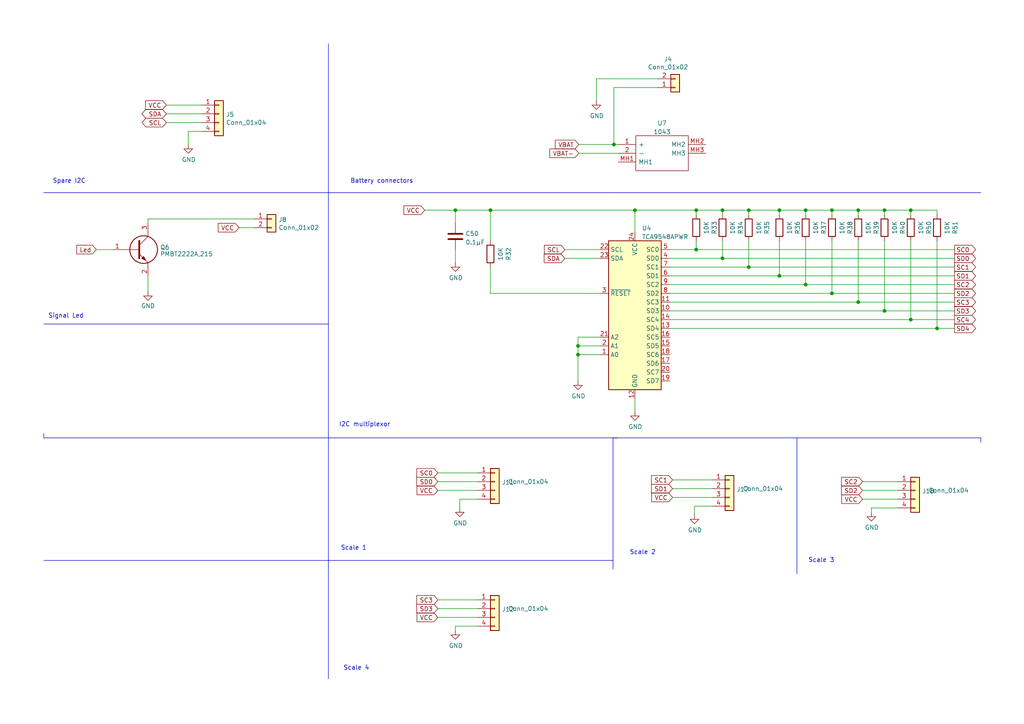
<source format=kicad_sch>
(kicad_sch (version 20231120) (generator "eeschema") (generator_version "8.0")
  (paper "A4")
  (title_block (title "Open_beehive_scale_board") (date "2023-01-13") (rev "V0.4") (company "Ratamuse"))
  (lib_symbols
    (symbol "1043:1043" (pin_names (offset 0.762))
      (property "Reference" "U" (at 21.59 7.62 0))
      (property "Value" "1043" (at 21.59 5.08 0))
      (symbol "1043_0_0"
        (pin passive line (at 0 0 0) (length 5.08) (name "+") (number "1"))
        (pin passive line (at 0 -2.54 0) (length 5.08) (name "-") (number "2"))
        (pin passive line (at 0 -5.08 0) (length 5.08) (name "MH1") (number "MH1"))
        (pin passive line (at 25.4 0 180) (length 5.08) (name "MH2") (number "MH2"))
        (pin passive line (at 25.4 -2.54 180) (length 5.08) (name "MH3") (number "MH3"))
      )
      (symbol "1043_0_1"
        (polyline (pts (xy 5.08 2.54) (xy 20.32 2.54) (xy 20.32 -7.62) (xy 5.08 -7.62) (xy 5.08 2.54)) (stroke (width 0.1524)))
      )
    )
    (symbol "Connector_Generic:Conn_01x02" (pin_names (offset 1.016) hide)
      (property "Reference" "J" (at 0 2.54 0))
      (property "Value" "Conn_01x02" (at 0 -5.08 0))
      (symbol "Conn_01x02_1_1"
        (rectangle (start -1.27 -2.413) (end 0 -2.667) (stroke (width 0.1524)))
        (rectangle (start -1.27 0.127) (end 0 -0.127) (stroke (width 0.1524)))
        (rectangle (start -1.27 1.27) (end 1.27 -3.81) (stroke (width 0.254)) (fill (type background)))
        (pin passive line (at -5.08 0 0) (length 3.81) (name "Pin_1") (number "1"))
        (pin passive line (at -5.08 -2.54 0) (length 3.81) (name "Pin_2") (number "2"))
      )
    )
    (symbol "Connector_Generic:Conn_01x04" (pin_names (offset 1.016) hide)
      (property "Reference" "J" (at 0 5.08 0))
      (property "Value" "Conn_01x04" (at 0 -7.62 0))
      (symbol "Conn_01x04_1_1"
        (rectangle (start -1.27 -4.953) (end 0 -5.207) (stroke (width 0.1524)))
        (rectangle (start -1.27 -2.413) (end 0 -2.667) (stroke (width 0.1524)))
        (rectangle (start -1.27 0.127) (end 0 -0.127) (stroke (width 0.1524)))
        (rectangle (start -1.27 2.667) (end 0 2.413) (stroke (width 0.1524)))
        (rectangle (start -1.27 3.81) (end 1.27 -6.35) (stroke (width 0.254)) (fill (type background)))
        (pin passive line (at -5.08 2.54 0) (length 3.81) (name "Pin_1") (number "1"))
        (pin passive line (at -5.08 0 0) (length 3.81) (name "Pin_2") (number "2"))
        (pin passive line (at -5.08 -2.54 0) (length 3.81) (name "Pin_3") (number "3"))
        (pin passive line (at -5.08 -5.08 0) (length 3.81) (name "Pin_4") (number "4"))
      )
    )
    (symbol "Device:C" (pin_numbers hide) (pin_names (offset 0.254))
      (property "Reference" "C" (at 0.635 2.54 0))
      (property "Value" "C" (at 0.635 -2.54 0))
      (symbol "C_0_1"
        (polyline (pts (xy -2.032 -0.762) (xy 2.032 -0.762)) (stroke (width 0.508)))
        (polyline (pts (xy -2.032 0.762) (xy 2.032 0.762)) (stroke (width 0.508)))
      )
      (symbol "C_1_1"
        (pin passive line (at 0 3.81 270) (length 2.794) (name "~") (number "1"))
        (pin passive line (at 0 -3.81 90) (length 2.794) (name "~") (number "2"))
      )
    )
    (symbol "Device:R" (pin_numbers hide) (pin_names (offset 0))
      (property "Reference" "R" (at 2.032 0 90))
      (property "Value" "R" (at 0 0 90))
      (symbol "R_0_1"
        (rectangle (start -1.016 -2.54) (end 1.016 2.54) (stroke (width 0.254)))
      )
      (symbol "R_1_1"
        (pin passive line (at 0 3.81 270) (length 1.27) (name "~") (number "1"))
        (pin passive line (at 0 -3.81 90) (length 1.27) (name "~") (number "2"))
      )
    )
    (symbol "Interface_Expansion:TCA9548APWR"
      (property "Reference" "U" (at -7.62 21.59 0))
      (property "Value" "TCA9548APWR" (at 1.016 21.59 0))
      (symbol "TCA9548APWR_0_1"
        (rectangle (start -7.62 20.32) (end 7.62 -22.86) (stroke (width 0.254)) (fill (type background)))
      )
      (symbol "TCA9548APWR_1_1"
        (pin input line (at -10.16 -12.7 0) (length 2.54) (name "A0") (number "1"))
        (pin bidirectional line (at 10.16 0 180) (length 2.54) (name "SD3") (number "10"))
        (pin output line (at 10.16 2.54 180) (length 2.54) (name "SC3") (number "11"))
        (pin power_in line (at 0 -25.4 90) (length 2.54) (name "GND") (number "12"))
        (pin bidirectional line (at 10.16 -5.08 180) (length 2.54) (name "SD4") (number "13"))
        (pin output line (at 10.16 -2.54 180) (length 2.54) (name "SC4") (number "14"))
        (pin bidirectional line (at 10.16 -10.16 180) (length 2.54) (name "SD5") (number "15"))
        (pin output line (at 10.16 -7.62 180) (length 2.54) (name "SC5") (number "16"))
        (pin bidirectional line (at 10.16 -15.24 180) (length 2.54) (name "SD6") (number "17"))
        (pin output line (at 10.16 -12.7 180) (length 2.54) (name "SC6") (number "18"))
        (pin bidirectional line (at 10.16 -20.32 180) (length 2.54) (name "SD7") (number "19"))
        (pin input line (at -10.16 -10.16 0) (length 2.54) (name "A1") (number "2"))
        (pin output line (at 10.16 -17.78 180) (length 2.54) (name "SC7") (number "20"))
        (pin input line (at -10.16 -7.62 0) (length 2.54) (name "A2") (number "21"))
        (pin input line (at -10.16 17.78 0) (length 2.54) (name "SCL") (number "22"))
        (pin bidirectional line (at -10.16 15.24 0) (length 2.54) (name "SDA") (number "23"))
        (pin power_in line (at 0 22.86 270) (length 2.54) (name "VCC") (number "24"))
        (pin input line (at -10.16 5.08 0) (length 2.54) (name "~{RESET}") (number "3"))
        (pin bidirectional line (at 10.16 15.24 180) (length 2.54) (name "SD0") (number "4"))
        (pin output line (at 10.16 17.78 180) (length 2.54) (name "SC0") (number "5"))
        (pin bidirectional line (at 10.16 10.16 180) (length 2.54) (name "SD1") (number "6"))
        (pin output line (at 10.16 12.7 180) (length 2.54) (name "SC1") (number "7"))
        (pin bidirectional line (at 10.16 5.08 180) (length 2.54) (name "SD2") (number "8"))
        (pin output line (at 10.16 7.62 180) (length 2.54) (name "SC2") (number "9"))
      )
    )
    (symbol "PMBT2222A_215:PMBT2222A,215" (pin_names (offset 0.762))
      (property "Reference" "Q" (at 13.97 1.27 0))
      (property "Value" "PMBT2222A,215" (at 13.97 -1.27 0))
      (symbol "PMBT2222A,215_0_0"
        (pin passive line (at 0 0 0) (length 2.54) (name "~") (number "1"))
        (pin passive line (at 10.16 -7.62 90) (length 2.54) (name "~") (number "2"))
        (pin passive line (at 10.16 7.62 270) (length 2.54) (name "~") (number "3"))
      )
      (symbol "PMBT2222A,215_0_1"
        (polyline (pts (xy 2.54 0) (xy 7.62 0)) (stroke (width 0.1524)))
        (polyline (pts (xy 7.62 -1.27) (xy 10.16 -3.81)) (stroke (width 0.1524)))
        (polyline (pts (xy 7.62 1.27) (xy 10.16 3.81)) (stroke (width 0.1524)))
        (polyline (pts (xy 7.62 2.54) (xy 7.62 -2.54)) (stroke (width 0.508)))
        (polyline (pts (xy 10.16 -3.81) (xy 10.16 -5.08)) (stroke (width 0.1524)))
        (polyline (pts (xy 10.16 3.81) (xy 10.16 5.08)) (stroke (width 0.1524)))
        (polyline (pts (xy 8.382 -2.54) (xy 8.89 -2.032) (xy 9.398 -3.048) (xy 8.382 -2.54)) (stroke (width 0.254)) (fill (type outline)))
        (circle (center 8.89 0) (radius 4.0132) (stroke (width 0.254)))
      )
    )
    (symbol "power:GND" (power) (pin_names (offset 0))
      (property "Value" "GND" (at 0 -3.81 0))
      (symbol "GND_0_1"
        (polyline (pts (xy 0 0) (xy 0 -1.27) (xy 1.27 -1.27) (xy 0 -2.54) (xy -1.27 -1.27) (xy 0 -1.27)))
      )
      (symbol "GND_1_1"
        (pin power_in line (at 0 0 270) (length 0) hide (name "GND") (number "1"))
      )
    )
  )
  (junction (at 142.24 60.96))
  (junction (at 209.55 74.93))
  (junction (at 256.54 90.17))
  (junction (at 201.93 60.96))
  (junction (at 248.92 87.63))
  (junction (at 241.3 60.96))
  (junction (at 233.68 82.55))
  (junction (at 217.17 60.96))
  (junction (at 132.08 60.96))
  (junction (at 248.92 60.96))
  (junction (at 226.06 80.01))
  (junction (at 217.17 77.47))
  (junction (at 226.06 60.96))
  (junction (at 271.78 95.25))
  (junction (at 167.64 100.33))
  (junction (at 201.93 72.39))
  (junction (at 233.68 60.96))
  (junction (at 184.15 60.96))
  (junction (at 241.3 85.09))
  (junction (at 178.054 41.91))
  (junction (at 264.16 60.96))
  (junction (at 256.54 60.96))
  (junction (at 209.55 60.96))
  (junction (at 264.16 92.71))
  (junction (at 167.64 102.87))
  (wire (pts (xy 178.054 41.91) (xy 178.054 25.4)))
  (wire (pts (xy 69.342 66.04) (xy 73.66 66.04)))
  (wire (pts (xy 194.31 74.93) (xy 209.55 74.93)))
  (wire (pts (xy 127 137.16) (xy 138.43 137.16)))
  (wire (pts (xy 132.08 60.96) (xy 142.24 60.96)))
  (wire (pts (xy 209.55 60.96) (xy 217.17 60.96)))
  (wire (pts (xy 248.92 69.85) (xy 248.92 87.63)))
  (wire (pts (xy 127 142.24) (xy 138.43 142.24)))
  (wire (pts (xy 241.3 60.96) (xy 248.92 60.96)))
  (wire (pts (xy 167.64 97.79) (xy 167.64 100.33)))
  (wire (pts (xy 167.64 100.33) (xy 173.99 100.33)))
  (wire (pts (xy 271.78 60.96) (xy 271.78 62.23)))
  (wire (pts (xy 241.3 69.85) (xy 241.3 85.09)))
  (wire (pts (xy 250.19 144.78) (xy 260.35 144.78)))
  (wire (pts (xy 194.31 80.01) (xy 226.06 80.01)))
  (wire (pts (xy 195.072 141.732) (xy 206.502 141.732)))
  (wire (pts (xy 142.24 85.09) (xy 142.24 77.47)))
  (wire (pts (xy 178.054 25.4) (xy 190.754 25.4)))
  (wire (pts (xy 163.83 72.39) (xy 173.99 72.39)))
  (wire (pts (xy 201.422 149.352) (xy 201.422 146.812)))
  (wire (pts (xy 195.072 144.272) (xy 206.502 144.272)))
  (polyline (pts (xy 12.7 93.98) (xy 95.25 93.98)))
  (wire (pts (xy 264.16 60.96) (xy 271.78 60.96)))
  (wire (pts (xy 194.31 72.39) (xy 201.93 72.39)))
  (wire (pts (xy 195.072 139.192) (xy 206.502 139.192)))
  (wire (pts (xy 132.08 182.88) (xy 132.08 181.61)))
  (polyline (pts (xy 177.8 55.88) (xy 284.48 55.88)))
  (wire (pts (xy 42.926 64.77) (xy 42.926 63.5)))
  (polyline (pts (xy 12.7 162.56) (xy 95.25 162.56)))
  (wire (pts (xy 167.64 100.33) (xy 167.64 102.87)))
  (wire (pts (xy 201.93 69.85) (xy 201.93 72.39)))
  (wire (pts (xy 172.974 22.86) (xy 172.974 29.21)))
  (wire (pts (xy 250.19 139.7) (xy 260.35 139.7)))
  (wire (pts (xy 167.894 44.45) (xy 179.324 44.45)))
  (wire (pts (xy 226.06 60.96) (xy 233.68 60.96)))
  (wire (pts (xy 194.31 85.09) (xy 241.3 85.09)))
  (wire (pts (xy 127 173.99) (xy 138.43 173.99)))
  (wire (pts (xy 201.93 72.39) (xy 276.86 72.39)))
  (wire (pts (xy 142.24 60.96) (xy 184.15 60.96)))
  (wire (pts (xy 167.894 41.91) (xy 178.054 41.91)))
  (wire (pts (xy 271.78 69.85) (xy 271.78 95.25)))
  (wire (pts (xy 209.55 69.85) (xy 209.55 74.93)))
  (wire (pts (xy 252.73 148.59) (xy 252.73 147.32)))
  (wire (pts (xy 194.31 82.55) (xy 233.68 82.55)))
  (wire (pts (xy 132.08 60.96) (xy 132.08 64.77)))
  (wire (pts (xy 178.054 41.91) (xy 179.324 41.91)))
  (wire (pts (xy 58.42 33.02) (xy 48.26 33.02)))
  (wire (pts (xy 241.3 60.96) (xy 241.3 62.23)))
  (wire (pts (xy 233.68 60.96) (xy 233.68 62.23)))
  (wire (pts (xy 133.35 144.78) (xy 133.35 147.32)))
  (polyline (pts (xy 177.8 162.56) (xy 177.8 127)))
  (wire (pts (xy 248.92 60.96) (xy 256.54 60.96)))
  (wire (pts (xy 248.92 60.96) (xy 248.92 62.23)))
  (wire (pts (xy 209.55 74.93) (xy 276.86 74.93)))
  (wire (pts (xy 184.15 67.31) (xy 184.15 60.96)))
  (wire (pts (xy 58.42 38.1) (xy 54.61 38.1)))
  (wire (pts (xy 127 179.07) (xy 138.43 179.07)))
  (wire (pts (xy 138.43 144.78) (xy 133.35 144.78)))
  (polyline (pts (xy 12.7 125.73) (xy 12.7 127)))
  (wire (pts (xy 184.15 60.96) (xy 201.93 60.96)))
  (wire (pts (xy 123.19 60.96) (xy 132.08 60.96)))
  (wire (pts (xy 217.17 77.47) (xy 276.86 77.47)))
  (polyline (pts (xy 177.8 162.56) (xy 177.8 165.1)))
  (polyline (pts (xy 284.48 127) (xy 284.48 128.27)))
  (wire (pts (xy 194.31 77.47) (xy 217.17 77.47)))
  (wire (pts (xy 48.26 35.56) (xy 58.42 35.56)))
  (polyline (pts (xy 95.25 127) (xy 284.48 127)))
  (wire (pts (xy 163.83 74.93) (xy 173.99 74.93)))
  (wire (pts (xy 42.926 63.5) (xy 73.66 63.5)))
  (wire (pts (xy 226.06 80.01) (xy 276.86 80.01)))
  (wire (pts (xy 172.974 22.86) (xy 190.754 22.86)))
  (wire (pts (xy 217.17 60.96) (xy 226.06 60.96)))
  (polyline (pts (xy 95.25 55.88) (xy 177.8 55.88)))
  (polyline (pts (xy 95.25 127) (xy 12.7 127)))
  (wire (pts (xy 233.68 60.96) (xy 241.3 60.96)))
  (wire (pts (xy 42.926 80.01) (xy 42.926 84.582)))
  (wire (pts (xy 226.06 69.85) (xy 226.06 80.01)))
  (wire (pts (xy 194.31 87.63) (xy 248.92 87.63)))
  (wire (pts (xy 252.73 147.32) (xy 260.35 147.32)))
  (wire (pts (xy 127 176.53) (xy 138.43 176.53)))
  (wire (pts (xy 48.26 30.48) (xy 58.42 30.48)))
  (wire (pts (xy 233.68 69.85) (xy 233.68 82.55)))
  (wire (pts (xy 132.08 72.39) (xy 132.08 76.2)))
  (polyline (pts (xy 95.25 12.7) (xy 95.25 196.85)))
  (wire (pts (xy 217.17 69.85) (xy 217.17 77.47)))
  (wire (pts (xy 194.31 92.71) (xy 264.16 92.71)))
  (wire (pts (xy 271.78 95.25) (xy 276.86 95.25)))
  (wire (pts (xy 264.16 69.85) (xy 264.16 92.71)))
  (wire (pts (xy 201.422 146.812) (xy 206.502 146.812)))
  (wire (pts (xy 201.93 60.96) (xy 209.55 60.96)))
  (wire (pts (xy 194.31 90.17) (xy 256.54 90.17)))
  (polyline (pts (xy 95.25 162.56) (xy 177.8 162.56)))
  (polyline (pts (xy 231.14 127) (xy 231.14 166.37)))
  (wire (pts (xy 209.55 60.96) (xy 209.55 62.23)))
  (wire (pts (xy 194.31 95.25) (xy 271.78 95.25)))
  (wire (pts (xy 250.19 142.24) (xy 260.35 142.24)))
  (wire (pts (xy 256.54 60.96) (xy 264.16 60.96)))
  (wire (pts (xy 201.93 60.96) (xy 201.93 62.23)))
  (polyline (pts (xy 12.7 55.88) (xy 95.25 55.88)))
  (wire (pts (xy 241.3 85.09) (xy 276.86 85.09)))
  (wire (pts (xy 32.766 72.39) (xy 27.94 72.39)))
  (wire (pts (xy 264.16 92.71) (xy 276.86 92.71)))
  (wire (pts (xy 142.24 69.85) (xy 142.24 60.96)))
  (wire (pts (xy 256.54 60.96) (xy 256.54 62.23)))
  (wire (pts (xy 256.54 90.17) (xy 276.86 90.17)))
  (wire (pts (xy 256.54 69.85) (xy 256.54 90.17)))
  (wire (pts (xy 233.68 82.55) (xy 276.86 82.55)))
  (wire (pts (xy 54.61 38.1) (xy 54.61 41.91)))
  (wire (pts (xy 173.99 85.09) (xy 142.24 85.09)))
  (wire (pts (xy 173.99 97.79) (xy 167.64 97.79)))
  (wire (pts (xy 248.92 87.63) (xy 276.86 87.63)))
  (wire (pts (xy 127 139.7) (xy 138.43 139.7)))
  (wire (pts (xy 226.06 60.96) (xy 226.06 62.23)))
  (polyline (pts (xy 177.8 127) (xy 179.07 127)))
  (wire (pts (xy 264.16 60.96) (xy 264.16 62.23)))
  (wire (pts (xy 132.08 181.61) (xy 138.43 181.61)))
  (wire (pts (xy 184.15 115.57) (xy 184.15 119.38)))
  (wire (pts (xy 167.64 102.87) (xy 173.99 102.87)))
  (wire (pts (xy 217.17 60.96) (xy 217.17 62.23)))
  (wire (pts (xy 167.64 102.87) (xy 167.64 110.49)))
  (text "Scale 4" (at 99.568 194.564 0) (effects (font (size 1.27 1.27)) (justify left bottom)))
  (text "Scale 1" (at 98.806 159.766 0) (effects (font (size 1.27 1.27)) (justify left bottom)))
  (text "Scale 3" (at 234.442 163.322 0) (effects (font (size 1.27 1.27)) (justify left bottom)))
  (text "Scale 2" (at 182.626 161.036 0) (effects (font (size 1.27 1.27)) (justify left bottom)))
  (text "I2C multiplexor" (at 98.298 123.952 0) (effects (font (size 1.27 1.27)) (justify left bottom)))
  (text "Battery connectors" (at 101.6 53.34 0) (effects (font (size 1.27 1.27)) (justify left bottom)))
  (text "Spare I2C" (at 15.24 53.34 0) (effects (font (size 1.27 1.27)) (justify left bottom)))
  (text "Signal Led\n" (at 13.97 92.456 0) (effects (font (size 1.27 1.27)) (justify left bottom)))
  (global_label "SD1" (shape input) (at 195.072 141.732 180) (property "Intersheetrefs" "${INTERSHEET_REFS}" (effects (hide yes))))
  (global_label "VCC" (shape input) (at 195.072 144.272 180) (property "Intersheetrefs" "${INTERSHEET_REFS}" (effects (hide yes))))
  (global_label "SD3" (shape output) (at 276.86 90.17 0) (property "Intersheetrefs" "${INTERSHEET_REFS}" (effects (hide yes))))
  (global_label "SC2" (shape output) (at 276.86 82.55 0) (property "Intersheetrefs" "${INTERSHEET_REFS}" (effects (hide yes))))
  (global_label "VCC" (shape input) (at 250.19 144.78 180) (property "Intersheetrefs" "${INTERSHEET_REFS}" (effects (hide yes))))
  (global_label "SC4" (shape output) (at 276.86 92.71 0) (property "Intersheetrefs" "${INTERSHEET_REFS}" (effects (hide yes))))
  (global_label "SD2" (shape input) (at 250.19 142.24 180) (property "Intersheetrefs" "${INTERSHEET_REFS}" (effects (hide yes))))
  (global_label "VCC" (shape input) (at 69.342 66.04 180) (property "Intersheetrefs" "${INTERSHEET_REFS}" (effects (hide yes))))
  (global_label "SCL" (shape bidirectional) (at 48.26 35.56 180) (property "Intersheetrefs" "${INTERSHEET_REFS}" (effects (hide yes))))
  (global_label "VCC" (shape input) (at 127 142.24 180) (property "Intersheetrefs" "${INTERSHEET_REFS}" (effects (hide yes))))
  (global_label "SD2" (shape output) (at 276.86 85.09 0) (property "Intersheetrefs" "${INTERSHEET_REFS}" (effects (hide yes))))
  (global_label "SC1" (shape output) (at 276.86 77.47 0) (property "Intersheetrefs" "${INTERSHEET_REFS}" (effects (hide yes))))
  (global_label "SDA" (shape input) (at 163.83 74.93 180) (property "Intersheetrefs" "${INTERSHEET_REFS}" (effects (hide yes))))
  (global_label "VBAT-" (shape input) (at 167.894 44.45 180) (property "Intersheetrefs" "${INTERSHEET_REFS}" (effects (hide yes))))
  (global_label "VBAT" (shape input) (at 167.894 41.91 180) (property "Intersheetrefs" "${INTERSHEET_REFS}" (effects (hide yes))))
  (global_label "VCC" (shape input) (at 127 179.07 180) (property "Intersheetrefs" "${INTERSHEET_REFS}" (effects (hide yes))))
  (global_label "VCC" (shape input) (at 48.26 30.48 180) (property "Intersheetrefs" "${INTERSHEET_REFS}" (effects (hide yes))))
  (global_label "SC0" (shape output) (at 276.86 72.39 0) (property "Intersheetrefs" "${INTERSHEET_REFS}" (effects (hide yes))))
  (global_label "SD1" (shape output) (at 276.86 80.01 0) (property "Intersheetrefs" "${INTERSHEET_REFS}" (effects (hide yes))))
  (global_label "SD4" (shape output) (at 276.86 95.25 0) (property "Intersheetrefs" "${INTERSHEET_REFS}" (effects (hide yes))))
  (global_label "SC3" (shape input) (at 127 173.99 180) (property "Intersheetrefs" "${INTERSHEET_REFS}" (effects (hide yes))))
  (global_label "SC2" (shape input) (at 250.19 139.7 180) (property "Intersheetrefs" "${INTERSHEET_REFS}" (effects (hide yes))))
  (global_label "SD3" (shape input) (at 127 176.53 180) (property "Intersheetrefs" "${INTERSHEET_REFS}" (effects (hide yes))))
  (global_label "SCL" (shape input) (at 163.83 72.39 180) (property "Intersheetrefs" "${INTERSHEET_REFS}" (effects (hide yes))))
  (global_label "SD0" (shape input) (at 127 139.7 180) (property "Intersheetrefs" "${INTERSHEET_REFS}" (effects (hide yes))))
  (global_label "Led" (shape input) (at 27.94 72.39 180) (property "Intersheetrefs" "${INTERSHEET_REFS}" (effects (hide yes))))
  (global_label "SC1" (shape input) (at 195.072 139.192 180) (property "Intersheetrefs" "${INTERSHEET_REFS}" (effects (hide yes))))
  (global_label "VCC" (shape input) (at 123.19 60.96 180) (property "Intersheetrefs" "${INTERSHEET_REFS}" (effects (hide yes))))
  (global_label "SC0" (shape input) (at 127 137.16 180) (property "Intersheetrefs" "${INTERSHEET_REFS}" (effects (hide yes))))
  (global_label "SD0" (shape output) (at 276.86 74.93 0) (property "Intersheetrefs" "${INTERSHEET_REFS}" (effects (hide yes))))
  (global_label "SC3" (shape output) (at 276.86 87.63 0) (property "Intersheetrefs" "${INTERSHEET_REFS}" (effects (hide yes))))
  (global_label "SDA" (shape bidirectional) (at 48.26 33.02 180) (property "Intersheetrefs" "${INTERSHEET_REFS}" (effects (hide yes))))
  (symbol (lib_id "Connector_Generic:Conn_01x02") (at 195.834 25.4 0) (mirror x) (unit 1)
    (property "Reference" "J4" (at 193.7512 17.145 0))
    (property "Value" "Conn_01x02" (at 193.7512 19.4564 0))
    (property "Footprint" "Connector_JST:JST_PH_B2B-PH-K_1x02_P2.00mm_Vertical" (effects (hide yes)))
  )
  (symbol (lib_id "power:GND") (at 54.61 41.91 0) (unit 1)
    (property "Reference" "#PWR0128" (effects (hide yes)))
    (property "Value" "GND" (at 54.737 46.3042 0))
  )
  (symbol (lib_id "Connector_Generic:Conn_01x04") (at 143.51 176.53 0) (unit 1)
    (property "Reference" "J12" (at 145.542 176.7332 0) (effects (justify left)))
    (property "Value" "Conn_01x04" (at 147.32 176.53 0) (effects (justify left)))
    (property "Footprint" "Empreintes:1725672" (effects (hide yes)))
  )
  (symbol (lib_id "Device:R") (at 264.16 66.04 180) (unit 1)
    (property "Reference" "R50" (at 269.4178 66.04 90))
    (property "Value" "10K" (at 267.1064 66.04 90))
    (property "Footprint" "Resistor_SMD:R_0603_1608Metric" (effects (hide yes)))
  )
  (symbol (lib_id "power:GND") (at 184.15 119.38 0) (unit 1)
    (property "Reference" "#PWR0104" (effects (hide yes)))
    (property "Value" "GND" (at 184.277 123.7742 0))
  )
  (symbol (lib_id "Device:R") (at 233.68 66.04 180) (unit 1)
    (property "Reference" "R37" (at 238.9378 66.04 90))
    (property "Value" "10K" (at 236.6264 66.04 90))
    (property "Footprint" "Resistor_SMD:R_0603_1608Metric" (effects (hide yes)))
  )
  (symbol (lib_id "Device:C") (at 132.08 68.58 0) (unit 1)
    (property "Reference" "C50" (at 135.001 67.7453 0) (effects (justify left)))
    (property "Value" "0.1µF" (at 135.001 70.2822 0) (effects (justify left)))
    (property "Footprint" "Capacitor_SMD:C_0603_1608Metric" (effects (hide yes)))
  )
  (symbol (lib_id "Connector_Generic:Conn_01x04") (at 265.43 142.24 0) (unit 1)
    (property "Reference" "J18" (at 267.462 142.4432 0) (effects (justify left)))
    (property "Value" "Conn_01x04" (at 269.24 142.24 0) (effects (justify left)))
    (property "Footprint" "Empreintes:1725672" (effects (hide yes)))
  )
  (symbol (lib_id "Connector_Generic:Conn_01x02") (at 78.74 63.5 0) (unit 1)
    (property "Reference" "J8" (at 80.772 63.7032 0) (effects (justify left)))
    (property "Value" "Conn_01x02" (at 80.772 66.0146 0) (effects (justify left)))
    (property "Footprint" "Empreintes:1725656" (effects (hide yes)))
  )
  (symbol (lib_id "Device:R") (at 226.06 66.04 180) (unit 1)
    (property "Reference" "R36" (at 231.3178 66.04 90))
    (property "Value" "10K" (at 229.0064 66.04 90))
    (property "Footprint" "Resistor_SMD:R_0603_1608Metric" (effects (hide yes)))
  )
  (symbol (lib_id "power:GND") (at 132.08 182.88 0) (unit 1)
    (property "Reference" "#PWR0190" (effects (hide yes)))
    (property "Value" "GND" (at 132.207 187.2742 0))
  )
  (symbol (lib_id "power:GND") (at 133.35 147.32 0) (unit 1)
    (property "Reference" "#PWR0141" (effects (hide yes)))
    (property "Value" "GND" (at 133.477 151.7142 0))
  )
  (symbol (lib_id "Device:R") (at 217.17 66.04 180) (unit 1)
    (property "Reference" "R35" (at 222.4278 66.04 90))
    (property "Value" "10K" (at 220.1164 66.04 90))
    (property "Footprint" "Resistor_SMD:R_0603_1608Metric" (effects (hide yes)))
  )
  (symbol (lib_id "power:GND") (at 42.926 84.582 0) (unit 1)
    (property "Reference" "#PWR02" (effects (hide yes)))
    (property "Value" "GND" (at 42.926 88.7175 0))
  )
  (symbol (lib_id "power:GND") (at 132.08 76.2 0) (unit 1)
    (property "Reference" "#PWR0191" (effects (hide yes)))
    (property "Value" "GND" (at 132.207 80.5942 0))
  )
  (symbol (lib_id "Device:R") (at 256.54 66.04 180) (unit 1)
    (property "Reference" "R40" (at 261.7978 66.04 90))
    (property "Value" "10K" (at 259.4864 66.04 90))
    (property "Footprint" "Resistor_SMD:R_0603_1608Metric" (effects (hide yes)))
  )
  (symbol (lib_id "Device:R") (at 142.24 73.66 180) (unit 1)
    (property "Reference" "R32" (at 147.4978 73.66 90))
    (property "Value" "10K" (at 145.1864 73.66 90))
    (property "Footprint" "Resistor_SMD:R_0603_1608Metric" (effects (hide yes)))
  )
  (symbol (lib_id "Connector_Generic:Conn_01x04") (at 143.51 139.7 0) (unit 1)
    (property "Reference" "J11" (at 145.542 139.9032 0) (effects (justify left)))
    (property "Value" "Conn_01x04" (at 147.32 139.7 0) (effects (justify left)))
    (property "Footprint" "Empreintes:1725672" (effects (hide yes)))
  )
  (symbol (lib_id "Device:R") (at 271.78 66.04 180) (unit 1)
    (property "Reference" "R51" (at 277.0378 66.04 90))
    (property "Value" "10K" (at 274.7264 66.04 90))
    (property "Footprint" "Resistor_SMD:R_0603_1608Metric" (effects (hide yes)))
  )
  (symbol (lib_id "Device:R") (at 248.92 66.04 180) (unit 1)
    (property "Reference" "R39" (at 254.1778 66.04 90))
    (property "Value" "10K" (at 251.8664 66.04 90))
    (property "Footprint" "Resistor_SMD:R_0603_1608Metric" (effects (hide yes)))
  )
  (symbol (lib_id "power:GND") (at 172.974 29.21 0) (unit 1)
    (property "Reference" "#PWR0233" (effects (hide yes)))
    (property "Value" "GND" (at 173.101 33.6042 0))
  )
  (symbol (lib_id "Device:R") (at 209.55 66.04 180) (unit 1)
    (property "Reference" "R34" (at 214.8078 66.04 90))
    (property "Value" "10K" (at 212.4964 66.04 90))
    (property "Footprint" "Resistor_SMD:R_0603_1608Metric" (effects (hide yes)))
  )
  (symbol (lib_id "Connector_Generic:Conn_01x04") (at 211.582 141.732 0) (unit 1)
    (property "Reference" "J17" (at 213.614 141.9352 0) (effects (justify left)))
    (property "Value" "Conn_01x04" (at 215.392 141.732 0) (effects (justify left)))
    (property "Footprint" "Empreintes:1725672" (effects (hide yes)))
  )
  (symbol (lib_id "Device:R") (at 241.3 66.04 180) (unit 1)
    (property "Reference" "R38" (at 246.5578 66.04 90))
    (property "Value" "10K" (at 244.2464 66.04 90))
    (property "Footprint" "Resistor_SMD:R_0603_1608Metric" (effects (hide yes)))
  )
  (symbol (lib_id "1043:1043") (at 179.324 41.91 0) (unit 1)
    (property "Reference" "U7" (at 192.024 35.721 0))
    (property "Value" "1043" (at 192.024 38.2579 0))
    (property "Footprint" "Empreintes:1043" (effects (hide yes)))
    (property "Datasheet" "http://www.keyelco.com/product-pdf.cfm?p=919" (effects (hide yes)))
    (property "Description" "KEYSTONE - 1043 - BATTERY HOLDER, 18650, TH" (effects (hide yes)))
    (property "Height" "14.86" (effects (hide yes)))
    (property "Mouser Part Number" "534-1043" (effects (hide yes)))
    (property "Mouser Price/Stock" "https://www.mouser.co.uk/ProductDetail/Keystone-Electronics/1043?qs=%2F7TOpeL5Mz6j%2FnxeOA1rsg%3D%3D" (effects (hide yes)))
    (property "Manufacturer_Name" "Keystone Electronics" (effects (hide yes)))
    (property "Manufacturer_Part_Number" "1043" (effects (hide yes)))
  )
  (symbol (lib_id "power:GND") (at 252.73 148.59 0) (unit 1)
    (property "Reference" "#PWR0121" (effects (hide yes)))
    (property "Value" "GND" (at 252.857 152.9842 0))
  )
  (symbol (lib_id "Interface_Expansion:TCA9548APWR") (at 184.15 90.17 0) (unit 1)
    (property "Reference" "U4" (at 186.1694 66.1502 0) (effects (justify left)))
    (property "Value" "TCA9548APWR" (at 186.1694 68.6871 0) (effects (justify left)))
    (property "Footprint" "Package_SO:TSSOP-24_4.4x7.8mm_P0.65mm" (effects (hide yes)))
    (property "Datasheet" "http://www.ti.com/lit/ds/symlink/tca9548a.pdf" (effects (hide yes)))
  )
  (symbol (lib_id "Connector_Generic:Conn_01x04") (at 63.5 33.02 0) (unit 1)
    (property "Reference" "J5" (at 65.532 33.2232 0) (effects (justify left)))
    (property "Value" "Conn_01x04" (at 65.532 35.5346 0) (effects (justify left)))
    (property "Footprint" "Empreintes:1725672" (effects (hide yes)))
  )
  (symbol (lib_id "Device:R") (at 201.93 66.04 180) (unit 1)
    (property "Reference" "R33" (at 207.1878 66.04 90))
    (property "Value" "10K" (at 204.8764 66.04 90))
    (property "Footprint" "Resistor_SMD:R_0603_1608Metric" (effects (hide yes)))
  )
  (symbol (lib_id "power:GND") (at 201.422 149.352 0) (unit 1)
    (property "Reference" "#PWR0124" (effects (hide yes)))
    (property "Value" "GND" (at 201.549 153.7462 0))
  )
  (symbol (lib_id "power:GND") (at 167.64 110.49 0) (unit 1)
    (property "Reference" "#PWR0112" (effects (hide yes)))
    (property "Value" "GND" (at 167.767 114.8842 0))
  )
  (symbol (lib_id "PMBT2222A_215:PMBT2222A,215") (at 32.766 72.39 0) (unit 1)
    (property "Reference" "Q6" (at 46.4312 71.7463 0) (effects (justify left)))
    (property "Value" "PMBT2222A,215" (at 46.4312 73.6673 0) (effects (justify left)))
    (property "Footprint" "Empreintes:PMBT2222A215" (effects (hide yes)))
    (property "Datasheet" "https://assets.nexperia.com/documents/data-sheet/PMBT2222A.pdf" (effects (hide yes)))
    (property "Description" "PMBT2222; PMBT2222A - NPN switching transistors" (effects (hide yes)))
    (property "Height" "1.1" (effects (hide yes)))
    (property "Mouser Part Number" "771-PMBT2222A-T/R" (effects (hide yes)))
    (property "Mouser Price/Stock" "https://www.mouser.co.uk/ProductDetail/Nexperia/PMBT2222A215?qs=LOCUfHb8d9u7n2jbGrJFWg%3D%3D" (effects (hide yes)))
    (property "Manufacturer_Name" "Nexperia" (effects (hide yes)))
    (property "Manufacturer_Part_Number" "PMBT2222A,215" (effects (hide yes)))
  )
)
</source>
